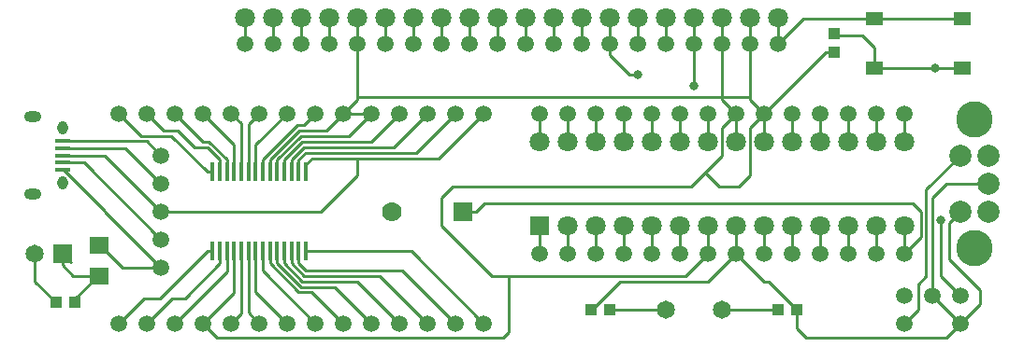
<source format=gtl>
G04 #@! TF.GenerationSoftware,KiCad,Pcbnew,5.0.1-33cea8e~68~ubuntu16.04.1*
G04 #@! TF.CreationDate,2019-03-03T03:52:25-07:00*
G04 #@! TF.ProjectId,sentry,73656E7472792E6B696361645F706362,rev?*
G04 #@! TF.SameCoordinates,Original*
G04 #@! TF.FileFunction,Copper,L1,Top,Signal*
G04 #@! TF.FilePolarity,Positive*
%FSLAX46Y46*%
G04 Gerber Fmt 4.6, Leading zero omitted, Abs format (unit mm)*
G04 Created by KiCad (PCBNEW 5.0.1-33cea8e~68~ubuntu16.04.1) date Sun 03 Mar 2019 03:52:25 AM MST*
%MOMM*%
%LPD*%
G01*
G04 APERTURE LIST*
G04 #@! TA.AperFunction,WasherPad*
%ADD10C,3.300000*%
G04 #@! TD*
G04 #@! TA.AperFunction,ComponentPad*
%ADD11C,2.000000*%
G04 #@! TD*
G04 #@! TA.AperFunction,ComponentPad*
%ADD12C,1.800000*%
G04 #@! TD*
G04 #@! TA.AperFunction,SMDPad,CuDef*
%ADD13R,1.099820X0.998220*%
G04 #@! TD*
G04 #@! TA.AperFunction,ComponentPad*
%ADD14R,1.651000X1.651000*%
G04 #@! TD*
G04 #@! TA.AperFunction,ComponentPad*
%ADD15C,1.651000*%
G04 #@! TD*
G04 #@! TA.AperFunction,SMDPad,CuDef*
%ADD16R,1.798320X1.597660*%
G04 #@! TD*
G04 #@! TA.AperFunction,SMDPad,CuDef*
%ADD17R,1.350000X0.400000*%
G04 #@! TD*
G04 #@! TA.AperFunction,ComponentPad*
%ADD18O,0.950000X1.250000*%
G04 #@! TD*
G04 #@! TA.AperFunction,ComponentPad*
%ADD19O,1.550000X1.000000*%
G04 #@! TD*
G04 #@! TA.AperFunction,SMDPad,CuDef*
%ADD20R,0.998220X1.099820*%
G04 #@! TD*
G04 #@! TA.AperFunction,SMDPad,CuDef*
%ADD21R,1.550000X1.300000*%
G04 #@! TD*
G04 #@! TA.AperFunction,ComponentPad*
%ADD22R,1.800000X1.800000*%
G04 #@! TD*
G04 #@! TA.AperFunction,SMDPad,CuDef*
%ADD23R,0.450000X1.750000*%
G04 #@! TD*
G04 #@! TA.AperFunction,ComponentPad*
%ADD24R,1.778000X1.778000*%
G04 #@! TD*
G04 #@! TA.AperFunction,ComponentPad*
%ADD25C,1.778000*%
G04 #@! TD*
G04 #@! TA.AperFunction,ComponentPad*
%ADD26C,1.500000*%
G04 #@! TD*
G04 #@! TA.AperFunction,ViaPad*
%ADD27C,0.800000*%
G04 #@! TD*
G04 #@! TA.AperFunction,Conductor*
%ADD28C,0.250000*%
G04 #@! TD*
G04 APERTURE END LIST*
D10*
G04 #@! TO.P,SW1,*
G04 #@! TO.N,*
X167640000Y-80780000D03*
X167640000Y-69080000D03*
D11*
G04 #@! TO.P,SW1,S2*
G04 #@! TO.N,GND*
X166370000Y-77470000D03*
G04 #@! TO.P,SW1,S1*
G04 #@! TO.N,Net-(SW1-PadS1)*
X166370000Y-72390000D03*
G04 #@! TO.P,SW1,B*
G04 #@! TO.N,Net-(SW1-PadB)*
X168910000Y-77470000D03*
G04 #@! TO.P,SW1,A*
G04 #@! TO.N,Net-(SW1-PadA)*
X168910000Y-72430000D03*
G04 #@! TO.P,SW1,C*
G04 #@! TO.N,GND*
X168910000Y-74930000D03*
G04 #@! TD*
D12*
G04 #@! TO.P,U2,20*
G04 #@! TO.N,GND*
X101600000Y-59920000D03*
G04 #@! TO.P,U2,17*
X109220000Y-59920000D03*
G04 #@! TO.P,U2,14*
X116840000Y-59920000D03*
G04 #@! TO.P,U2,16*
G04 #@! TO.N,+5V*
X111760000Y-59920000D03*
G04 #@! TO.P,U2,13*
G04 #@! TO.N,GND*
X119380000Y-59920000D03*
G04 #@! TO.P,U2,11*
X124460000Y-59920000D03*
G04 #@! TO.P,U2,12*
X121920000Y-59920000D03*
G04 #@! TO.P,U2,19*
X104140000Y-59920000D03*
G04 #@! TO.P,U2,18*
X106680000Y-59920000D03*
G04 #@! TO.P,U2,15*
X114300000Y-59920000D03*
G04 #@! TO.P,U2,1*
X149860000Y-59920000D03*
G04 #@! TO.P,U2,2*
G04 #@! TO.N,+5V*
X147320000Y-59920000D03*
G04 #@! TO.P,U2,3*
X144780000Y-59920000D03*
G04 #@! TO.P,U2,4*
G04 #@! TO.N,GND*
X142240000Y-59920000D03*
G04 #@! TO.P,U2,5*
X139700000Y-59920000D03*
G04 #@! TO.P,U2,6*
X137160000Y-59920000D03*
G04 #@! TO.P,U2,7*
G04 #@! TO.N,Net-(TP3_19-Pad1)*
X134620000Y-59920000D03*
G04 #@! TO.P,U2,8*
G04 #@! TO.N,Net-(TP3_17-Pad1)*
X132080000Y-59920000D03*
G04 #@! TO.P,U2,9*
G04 #@! TO.N,Net-(TP4_9-Pad1)*
X129540000Y-59920000D03*
G04 #@! TO.P,U2,10*
G04 #@! TO.N,GND*
X127000000Y-59920000D03*
G04 #@! TD*
D13*
G04 #@! TO.P,C1,1*
G04 #@! TO.N,Net-(C1-Pad1)*
X134620000Y-86360000D03*
G04 #@! TO.P,C1,2*
G04 #@! TO.N,GND*
X132923280Y-86360000D03*
G04 #@! TD*
G04 #@! TO.P,C2,2*
G04 #@! TO.N,GND*
X151556720Y-86360000D03*
G04 #@! TO.P,C2,1*
G04 #@! TO.N,Net-(C2-Pad1)*
X149860000Y-86360000D03*
G04 #@! TD*
G04 #@! TO.P,C3,1*
G04 #@! TO.N,+5V*
X86192360Y-85725000D03*
G04 #@! TO.P,C3,2*
G04 #@! TO.N,GND*
X84495640Y-85725000D03*
G04 #@! TD*
D14*
G04 #@! TO.P,C4,1*
G04 #@! TO.N,+5V*
X85069680Y-81280000D03*
D15*
G04 #@! TO.P,C4,2*
G04 #@! TO.N,GND*
X82570320Y-81280000D03*
G04 #@! TD*
D16*
G04 #@! TO.P,F1,1*
G04 #@! TO.N,Net-(F1-Pad1)*
X88392000Y-80512920D03*
G04 #@! TO.P,F1,2*
G04 #@! TO.N,+5V*
X88392000Y-83312000D03*
G04 #@! TD*
D17*
G04 #@! TO.P,J1,3*
G04 #@! TO.N,Net-(J1-Pad3)*
X85090000Y-72390000D03*
G04 #@! TO.P,J1,4*
G04 #@! TO.N,Net-(J1-Pad4)*
X85090000Y-73040000D03*
G04 #@! TO.P,J1,5*
G04 #@! TO.N,Net-(F1-Pad1)*
X85090000Y-73690000D03*
G04 #@! TO.P,J1,2*
G04 #@! TO.N,GND*
X85090000Y-71740000D03*
G04 #@! TO.P,J1,1*
X85090000Y-71090000D03*
D18*
G04 #@! TO.P,J1,SH*
X85090000Y-74890000D03*
X85090000Y-69890000D03*
D19*
X82390000Y-68890000D03*
X82390000Y-75890000D03*
G04 #@! TD*
D20*
G04 #@! TO.P,R1,1*
G04 #@! TO.N,Net-(R1-Pad1)*
X154940000Y-61295280D03*
G04 #@! TO.P,R1,2*
G04 #@! TO.N,+5V*
X154940000Y-62992000D03*
G04 #@! TD*
D21*
G04 #@! TO.P,S1,1*
G04 #@! TO.N,Net-(R1-Pad1)*
X166535000Y-64480000D03*
G04 #@! TO.P,S1,2*
X158585000Y-64480000D03*
G04 #@! TO.P,S1,3*
G04 #@! TO.N,GND*
X166535000Y-59980000D03*
G04 #@! TO.P,S1,4*
X158585000Y-59980000D03*
G04 #@! TD*
D22*
G04 #@! TO.P,U1,1*
G04 #@! TO.N,Net-(R1-Pad1)*
X128270000Y-78740000D03*
D12*
G04 #@! TO.P,U1,15*
G04 #@! TO.N,Net-(TP3_15-Pad1)*
X161290000Y-71120000D03*
G04 #@! TO.P,U1,2*
G04 #@! TO.N,Net-(TP3_2-Pad1)*
X130810000Y-78740000D03*
G04 #@! TO.P,U1,16*
G04 #@! TO.N,Net-(TP3_16-Pad1)*
X158750000Y-71120000D03*
G04 #@! TO.P,U1,3*
G04 #@! TO.N,Net-(TP3_3-Pad1)*
X133350000Y-78740000D03*
G04 #@! TO.P,U1,17*
G04 #@! TO.N,Net-(TP3_17-Pad1)*
X156210000Y-71120000D03*
G04 #@! TO.P,U1,4*
G04 #@! TO.N,Net-(SW1-PadA)*
X135890000Y-78740000D03*
G04 #@! TO.P,U1,18*
G04 #@! TO.N,Net-(TP3_18-Pad1)*
X153670000Y-71120000D03*
G04 #@! TO.P,U1,5*
G04 #@! TO.N,Net-(SW1-PadB)*
X138430000Y-78740000D03*
G04 #@! TO.P,U1,19*
G04 #@! TO.N,Net-(TP3_19-Pad1)*
X151130000Y-71120000D03*
G04 #@! TO.P,U1,6*
G04 #@! TO.N,Net-(TP3_6-Pad1)*
X140970000Y-78740000D03*
G04 #@! TO.P,U1,20*
G04 #@! TO.N,+5V*
X148590000Y-71120000D03*
G04 #@! TO.P,U1,7*
X143510000Y-78740000D03*
G04 #@! TO.P,U1,21*
X146050000Y-71120000D03*
G04 #@! TO.P,U1,8*
G04 #@! TO.N,GND*
X146050000Y-78740000D03*
G04 #@! TO.P,U1,22*
X143510000Y-71120000D03*
G04 #@! TO.P,U1,9*
G04 #@! TO.N,Net-(C1-Pad1)*
X148590000Y-78740000D03*
G04 #@! TO.P,U1,23*
G04 #@! TO.N,Net-(SW1-PadS1)*
X140970000Y-71120000D03*
G04 #@! TO.P,U1,10*
G04 #@! TO.N,Net-(C2-Pad1)*
X151130000Y-78740000D03*
G04 #@! TO.P,U1,24*
G04 #@! TO.N,Net-(TP3_24-Pad1)*
X138430000Y-71120000D03*
G04 #@! TO.P,U1,11*
G04 #@! TO.N,Net-(TP3_11-Pad1)*
X153670000Y-78740000D03*
G04 #@! TO.P,U1,25*
G04 #@! TO.N,Net-(TP3_25-Pad1)*
X135890000Y-71120000D03*
G04 #@! TO.P,U1,12*
G04 #@! TO.N,Net-(TP3_12-Pad1)*
X156210000Y-78740000D03*
G04 #@! TO.P,U1,26*
G04 #@! TO.N,Net-(TP3_26-Pad1)*
X133350000Y-71120000D03*
G04 #@! TO.P,U1,13*
G04 #@! TO.N,Net-(TP3_13-Pad1)*
X158750000Y-78740000D03*
G04 #@! TO.P,U1,27*
G04 #@! TO.N,Net-(TP3_27-Pad1)*
X130810000Y-71120000D03*
G04 #@! TO.P,U1,14*
G04 #@! TO.N,Net-(BZ1-Pad1)*
X161290000Y-78740000D03*
G04 #@! TO.P,U1,28*
G04 #@! TO.N,Net-(TP3_28-Pad1)*
X128270000Y-71120000D03*
G04 #@! TD*
D23*
G04 #@! TO.P,U3,1*
G04 #@! TO.N,Net-(TP2_1-Pad1)*
X98645000Y-81070000D03*
G04 #@! TO.P,U3,2*
G04 #@! TO.N,Net-(TP2_2-Pad1)*
X99295000Y-81070000D03*
G04 #@! TO.P,U3,3*
G04 #@! TO.N,Net-(TP2_3-Pad1)*
X99945000Y-81070000D03*
G04 #@! TO.P,U3,4*
G04 #@! TO.N,+5V*
X100595000Y-81070000D03*
G04 #@! TO.P,U3,5*
G04 #@! TO.N,Net-(TP2_5-Pad1)*
X101245000Y-81070000D03*
G04 #@! TO.P,U3,6*
G04 #@! TO.N,Net-(TP2_6-Pad1)*
X101895000Y-81070000D03*
G04 #@! TO.P,U3,7*
G04 #@! TO.N,GND*
X102545000Y-81070000D03*
G04 #@! TO.P,U3,8*
G04 #@! TO.N,Net-(TP2_8-Pad1)*
X103195000Y-81070000D03*
G04 #@! TO.P,U3,9*
G04 #@! TO.N,Net-(TP2_9-Pad1)*
X103845000Y-81070000D03*
G04 #@! TO.P,U3,10*
G04 #@! TO.N,Net-(TP2_10-Pad1)*
X104495000Y-81070000D03*
G04 #@! TO.P,U3,11*
G04 #@! TO.N,Net-(TP2_11-Pad1)*
X105145000Y-81070000D03*
G04 #@! TO.P,U3,12*
G04 #@! TO.N,Net-(TP2_12-Pad1)*
X105795000Y-81070000D03*
G04 #@! TO.P,U3,13*
G04 #@! TO.N,Net-(TP2_13-Pad1)*
X106445000Y-81070000D03*
G04 #@! TO.P,U3,14*
G04 #@! TO.N,Net-(TP2_14-Pad1)*
X107095000Y-81070000D03*
G04 #@! TO.P,U3,15*
G04 #@! TO.N,Net-(J1-Pad3)*
X107095000Y-73870000D03*
G04 #@! TO.P,U3,16*
G04 #@! TO.N,Net-(J1-Pad4)*
X106445000Y-73870000D03*
G04 #@! TO.P,U3,17*
G04 #@! TO.N,Net-(TP2_17-Pad1)*
X105795000Y-73870000D03*
G04 #@! TO.P,U3,18*
G04 #@! TO.N,GND*
X105145000Y-73870000D03*
G04 #@! TO.P,U3,19*
G04 #@! TO.N,+5V*
X104495000Y-73870000D03*
G04 #@! TO.P,U3,20*
X103845000Y-73870000D03*
G04 #@! TO.P,U3,21*
G04 #@! TO.N,GND*
X103195000Y-73870000D03*
G04 #@! TO.P,U3,22*
G04 #@! TO.N,Net-(TP2_22-Pad1)*
X102545000Y-73870000D03*
G04 #@! TO.P,U3,23*
G04 #@! TO.N,Net-(TP2_23-Pad1)*
X101895000Y-73870000D03*
G04 #@! TO.P,U3,24*
G04 #@! TO.N,Net-(TP2_24-Pad1)*
X101245000Y-73870000D03*
G04 #@! TO.P,U3,25*
G04 #@! TO.N,GND*
X100595000Y-73870000D03*
G04 #@! TO.P,U3,26*
X99945000Y-73870000D03*
G04 #@! TO.P,U3,27*
G04 #@! TO.N,Net-(TP2_27-Pad1)*
X99295000Y-73870000D03*
G04 #@! TO.P,U3,28*
G04 #@! TO.N,Net-(TP2_28-Pad1)*
X98645000Y-73870000D03*
G04 #@! TD*
D15*
G04 #@! TO.P,Y1,1*
G04 #@! TO.N,Net-(C2-Pad1)*
X144780000Y-86360000D03*
G04 #@! TO.P,Y1,2*
G04 #@! TO.N,Net-(C1-Pad1)*
X139700000Y-86360000D03*
G04 #@! TD*
D24*
G04 #@! TO.P,BZ1,1*
G04 #@! TO.N,Net-(BZ1-Pad1)*
X121358660Y-77470000D03*
D25*
G04 #@! TO.P,BZ1,2*
G04 #@! TO.N,GND*
X114861340Y-77470000D03*
G04 #@! TD*
D26*
G04 #@! TO.P,TP1_1,1*
G04 #@! TO.N,GND*
X93980000Y-72390000D03*
G04 #@! TD*
G04 #@! TO.P,TP1_2,1*
G04 #@! TO.N,GND*
X93980000Y-74930000D03*
G04 #@! TD*
G04 #@! TO.P,TP1_3,1*
G04 #@! TO.N,Net-(J1-Pad3)*
X93980000Y-77470000D03*
G04 #@! TD*
G04 #@! TO.P,TP1_4,1*
G04 #@! TO.N,Net-(J1-Pad4)*
X93980000Y-80010000D03*
G04 #@! TD*
G04 #@! TO.P,TP1_5,1*
G04 #@! TO.N,Net-(F1-Pad1)*
X93980000Y-82550000D03*
G04 #@! TD*
G04 #@! TO.P,TP2_1,1*
G04 #@! TO.N,Net-(TP2_1-Pad1)*
X90170000Y-87630000D03*
G04 #@! TD*
G04 #@! TO.P,TP2_2,1*
G04 #@! TO.N,Net-(TP2_2-Pad1)*
X92710000Y-87630000D03*
G04 #@! TD*
G04 #@! TO.P,TP2_3,1*
G04 #@! TO.N,Net-(TP2_3-Pad1)*
X95250000Y-87630000D03*
G04 #@! TD*
G04 #@! TO.P,TP2_4,1*
G04 #@! TO.N,+5V*
X97790000Y-87630000D03*
G04 #@! TD*
G04 #@! TO.P,TP2_5,1*
G04 #@! TO.N,Net-(TP2_5-Pad1)*
X100330000Y-87630000D03*
G04 #@! TD*
G04 #@! TO.P,TP2_6,1*
G04 #@! TO.N,Net-(TP2_6-Pad1)*
X102870000Y-87630000D03*
G04 #@! TD*
G04 #@! TO.P,TP2_7,1*
G04 #@! TO.N,GND*
X105410000Y-87630000D03*
G04 #@! TD*
G04 #@! TO.P,TP2_8,1*
G04 #@! TO.N,Net-(TP2_8-Pad1)*
X107950000Y-87630000D03*
G04 #@! TD*
G04 #@! TO.P,TP2_9,1*
G04 #@! TO.N,Net-(TP2_9-Pad1)*
X110490000Y-87630000D03*
G04 #@! TD*
G04 #@! TO.P,TP2_10,1*
G04 #@! TO.N,Net-(TP2_10-Pad1)*
X113030000Y-87630000D03*
G04 #@! TD*
G04 #@! TO.P,TP2_11,1*
G04 #@! TO.N,Net-(TP2_11-Pad1)*
X115570000Y-87630000D03*
G04 #@! TD*
G04 #@! TO.P,TP2_12,1*
G04 #@! TO.N,Net-(TP2_12-Pad1)*
X118110000Y-87630000D03*
G04 #@! TD*
G04 #@! TO.P,TP2_13,1*
G04 #@! TO.N,Net-(TP2_13-Pad1)*
X120650000Y-87630000D03*
G04 #@! TD*
G04 #@! TO.P,TP2_14,1*
G04 #@! TO.N,Net-(TP2_14-Pad1)*
X123190000Y-87630000D03*
G04 #@! TD*
G04 #@! TO.P,TP2_15,1*
G04 #@! TO.N,Net-(J1-Pad3)*
X123190000Y-68580000D03*
G04 #@! TD*
G04 #@! TO.P,TP2_16,1*
G04 #@! TO.N,Net-(J1-Pad4)*
X120650000Y-68580000D03*
G04 #@! TD*
G04 #@! TO.P,TP2_18,1*
G04 #@! TO.N,GND*
X115570000Y-68580000D03*
G04 #@! TD*
G04 #@! TO.P,TP2_19,1*
G04 #@! TO.N,+5V*
X113030000Y-68580000D03*
G04 #@! TD*
G04 #@! TO.P,TP2_20,1*
G04 #@! TO.N,+5V*
X110490000Y-68580000D03*
G04 #@! TD*
G04 #@! TO.P,TP2_21,1*
G04 #@! TO.N,GND*
X107950000Y-68580000D03*
G04 #@! TD*
G04 #@! TO.P,TP2_22,1*
G04 #@! TO.N,Net-(TP2_22-Pad1)*
X105410000Y-68580000D03*
G04 #@! TD*
G04 #@! TO.P,TP2_23,1*
G04 #@! TO.N,Net-(TP2_23-Pad1)*
X102870000Y-68580000D03*
G04 #@! TD*
G04 #@! TO.P,TP2_24,1*
G04 #@! TO.N,Net-(TP2_24-Pad1)*
X100330000Y-68580000D03*
G04 #@! TD*
G04 #@! TO.P,TP2_25,1*
G04 #@! TO.N,GND*
X97790000Y-68580000D03*
G04 #@! TD*
G04 #@! TO.P,TP2_26,1*
G04 #@! TO.N,GND*
X95250000Y-68580000D03*
G04 #@! TD*
G04 #@! TO.P,TP2_27,1*
G04 #@! TO.N,Net-(TP2_27-Pad1)*
X92710000Y-68580000D03*
G04 #@! TD*
G04 #@! TO.P,TP3_1,1*
G04 #@! TO.N,Net-(R1-Pad1)*
X128270000Y-81280000D03*
G04 #@! TD*
G04 #@! TO.P,TP3_2,1*
G04 #@! TO.N,Net-(TP3_2-Pad1)*
X130810000Y-81280000D03*
G04 #@! TD*
G04 #@! TO.P,TP3_3,1*
G04 #@! TO.N,Net-(TP3_3-Pad1)*
X133350000Y-81280000D03*
G04 #@! TD*
G04 #@! TO.P,TP3_4,1*
G04 #@! TO.N,Net-(SW1-PadA)*
X135890000Y-81280000D03*
G04 #@! TD*
G04 #@! TO.P,TP3_5,1*
G04 #@! TO.N,Net-(SW1-PadB)*
X138430000Y-81280000D03*
G04 #@! TD*
G04 #@! TO.P,TP3_6,1*
G04 #@! TO.N,Net-(TP3_6-Pad1)*
X140970000Y-81280000D03*
G04 #@! TD*
G04 #@! TO.P,TP3_7,1*
G04 #@! TO.N,+5V*
X143510000Y-81280000D03*
G04 #@! TD*
G04 #@! TO.P,TP3_8,1*
G04 #@! TO.N,GND*
X146050000Y-81280000D03*
G04 #@! TD*
G04 #@! TO.P,TP3_9,1*
G04 #@! TO.N,Net-(C1-Pad1)*
X148590000Y-81280000D03*
G04 #@! TD*
G04 #@! TO.P,TP3_10,1*
G04 #@! TO.N,Net-(C2-Pad1)*
X151130000Y-81280000D03*
G04 #@! TD*
G04 #@! TO.P,TP3_11,1*
G04 #@! TO.N,Net-(TP3_11-Pad1)*
X153670000Y-81280000D03*
G04 #@! TD*
G04 #@! TO.P,TP3_12,1*
G04 #@! TO.N,Net-(TP3_12-Pad1)*
X156210000Y-81280000D03*
G04 #@! TD*
G04 #@! TO.P,TP3_13,1*
G04 #@! TO.N,Net-(TP3_13-Pad1)*
X158750000Y-81280000D03*
G04 #@! TD*
G04 #@! TO.P,TP3_14,1*
G04 #@! TO.N,Net-(BZ1-Pad1)*
X161290000Y-81280000D03*
G04 #@! TD*
G04 #@! TO.P,TP3_15,1*
G04 #@! TO.N,Net-(TP3_15-Pad1)*
X161290000Y-68580000D03*
G04 #@! TD*
G04 #@! TO.P,TP3_16,1*
G04 #@! TO.N,Net-(TP3_16-Pad1)*
X158750000Y-68580000D03*
G04 #@! TD*
G04 #@! TO.P,TP3_17,1*
G04 #@! TO.N,Net-(TP3_17-Pad1)*
X156210000Y-68580000D03*
G04 #@! TD*
G04 #@! TO.P,TP3_18,1*
G04 #@! TO.N,Net-(TP3_18-Pad1)*
X153670000Y-68580000D03*
G04 #@! TD*
G04 #@! TO.P,TP3_19,1*
G04 #@! TO.N,Net-(TP3_19-Pad1)*
X151130000Y-68580000D03*
G04 #@! TD*
G04 #@! TO.P,TP3_20,1*
G04 #@! TO.N,+5V*
X148590000Y-68580000D03*
G04 #@! TD*
G04 #@! TO.P,TP3_21,1*
G04 #@! TO.N,+5V*
X146050000Y-68580000D03*
G04 #@! TD*
G04 #@! TO.P,TP3_22,1*
G04 #@! TO.N,GND*
X143510000Y-68580000D03*
G04 #@! TD*
G04 #@! TO.P,TP3_23,1*
G04 #@! TO.N,Net-(SW1-PadS1)*
X140970000Y-68580000D03*
G04 #@! TD*
G04 #@! TO.P,TP3_24,1*
G04 #@! TO.N,Net-(TP3_24-Pad1)*
X138430000Y-68580000D03*
G04 #@! TD*
G04 #@! TO.P,TP3_25,1*
G04 #@! TO.N,Net-(TP3_25-Pad1)*
X135890000Y-68580000D03*
G04 #@! TD*
G04 #@! TO.P,TP3_26,1*
G04 #@! TO.N,Net-(TP3_26-Pad1)*
X133350000Y-68580000D03*
G04 #@! TD*
G04 #@! TO.P,TP3_27,1*
G04 #@! TO.N,Net-(TP3_27-Pad1)*
X130810000Y-68580000D03*
G04 #@! TD*
G04 #@! TO.P,TP3_28,1*
G04 #@! TO.N,Net-(TP3_28-Pad1)*
X128270000Y-68580000D03*
G04 #@! TD*
G04 #@! TO.P,TP4_1,1*
G04 #@! TO.N,GND*
X149860000Y-62230000D03*
G04 #@! TD*
G04 #@! TO.P,TP4_2,1*
G04 #@! TO.N,+5V*
X147320000Y-62230000D03*
G04 #@! TD*
G04 #@! TO.P,TP4_3,1*
G04 #@! TO.N,+5V*
X144780000Y-62230000D03*
G04 #@! TD*
G04 #@! TO.P,TP4_4,1*
G04 #@! TO.N,GND*
X142240000Y-62230000D03*
G04 #@! TD*
G04 #@! TO.P,TP4_5,1*
G04 #@! TO.N,GND*
X139700000Y-62230000D03*
G04 #@! TD*
G04 #@! TO.P,TP4_6,1*
G04 #@! TO.N,GND*
X137160000Y-62230000D03*
G04 #@! TD*
G04 #@! TO.P,TP4_7,1*
G04 #@! TO.N,Net-(TP3_19-Pad1)*
X134620000Y-62230000D03*
G04 #@! TD*
G04 #@! TO.P,TP4_8,1*
G04 #@! TO.N,Net-(TP3_17-Pad1)*
X132080000Y-62230000D03*
G04 #@! TD*
G04 #@! TO.P,TP4_9,1*
G04 #@! TO.N,Net-(TP4_9-Pad1)*
X129540000Y-62230000D03*
G04 #@! TD*
G04 #@! TO.P,TP4_10,1*
G04 #@! TO.N,GND*
X127000000Y-62230000D03*
G04 #@! TD*
G04 #@! TO.P,TP4_11,1*
G04 #@! TO.N,GND*
X124460000Y-62230000D03*
G04 #@! TD*
G04 #@! TO.P,TP4_12,1*
G04 #@! TO.N,GND*
X121920000Y-62230000D03*
G04 #@! TD*
G04 #@! TO.P,TP4_13,1*
G04 #@! TO.N,GND*
X119380000Y-62230000D03*
G04 #@! TD*
G04 #@! TO.P,TP4_14,1*
G04 #@! TO.N,GND*
X116840000Y-62230000D03*
G04 #@! TD*
G04 #@! TO.P,TP4_15,1*
G04 #@! TO.N,GND*
X114300000Y-62230000D03*
G04 #@! TD*
G04 #@! TO.P,TP4_16,1*
G04 #@! TO.N,+5V*
X111760000Y-62230000D03*
G04 #@! TD*
G04 #@! TO.P,TP4_17,1*
G04 #@! TO.N,GND*
X109220000Y-62230000D03*
G04 #@! TD*
G04 #@! TO.P,TP4_18,1*
G04 #@! TO.N,GND*
X106680000Y-62230000D03*
G04 #@! TD*
G04 #@! TO.P,TP4_19,1*
G04 #@! TO.N,GND*
X104140000Y-62230000D03*
G04 #@! TD*
G04 #@! TO.P,TP4_20,1*
G04 #@! TO.N,GND*
X101600000Y-62230000D03*
G04 #@! TD*
G04 #@! TO.P,TP5_A1,1*
G04 #@! TO.N,Net-(SW1-PadA)*
X161290000Y-85090000D03*
G04 #@! TD*
G04 #@! TO.P,TP5_B1,1*
G04 #@! TO.N,Net-(SW1-PadB)*
X166370000Y-85090000D03*
G04 #@! TD*
G04 #@! TO.P,TP5_C1,1*
G04 #@! TO.N,GND*
X163830000Y-85090000D03*
G04 #@! TD*
G04 #@! TO.P,TP5_S1,1*
G04 #@! TO.N,Net-(SW1-PadS1)*
X161290000Y-87630000D03*
G04 #@! TD*
G04 #@! TO.P,TP5_S2,1*
G04 #@! TO.N,GND*
X166370000Y-87630000D03*
G04 #@! TD*
G04 #@! TO.P,TP2_17,1*
G04 #@! TO.N,Net-(TP2_17-Pad1)*
X118110000Y-68580000D03*
G04 #@! TD*
G04 #@! TO.P,TP2_28,1*
G04 #@! TO.N,Net-(TP2_28-Pad1)*
X90170000Y-68580000D03*
G04 #@! TD*
D27*
G04 #@! TO.N,GND*
X142240000Y-66040000D03*
G04 #@! TO.N,Net-(R1-Pad1)*
X164084000Y-64480000D03*
G04 #@! TO.N,Net-(SW1-PadB)*
X164592000Y-78232000D03*
G04 #@! TO.N,Net-(TP3_19-Pad1)*
X137160000Y-65024000D03*
G04 #@! TD*
D28*
G04 #@! TO.N,Net-(C1-Pad1)*
X134620000Y-86360000D02*
X139700000Y-86360000D01*
X148590000Y-81280000D02*
X148590000Y-78740000D01*
G04 #@! TO.N,GND*
X92680000Y-71090000D02*
X93980000Y-72390000D01*
X85090000Y-71090000D02*
X92680000Y-71090000D01*
X82570320Y-83850480D02*
X84444840Y-85725000D01*
X84444840Y-85725000D02*
X84495640Y-85725000D01*
X82570320Y-81280000D02*
X82570320Y-83850480D01*
X105145000Y-72745000D02*
X106770000Y-71120000D01*
X105145000Y-73870000D02*
X105145000Y-72745000D01*
X113030000Y-71120000D02*
X115570000Y-68580000D01*
X106770000Y-71120000D02*
X113030000Y-71120000D01*
X103195000Y-72745000D02*
X106344000Y-69596000D01*
X103195000Y-73870000D02*
X103195000Y-72745000D01*
X106934000Y-69596000D02*
X107950000Y-68580000D01*
X106344000Y-69596000D02*
X106934000Y-69596000D01*
X100595000Y-71385000D02*
X97790000Y-68580000D01*
X100595000Y-73870000D02*
X100595000Y-71385000D01*
X95250000Y-68580000D02*
X97790000Y-71120000D01*
X99945000Y-72745000D02*
X99945000Y-73870000D01*
X98320000Y-71120000D02*
X99945000Y-72745000D01*
X97790000Y-71120000D02*
X98320000Y-71120000D01*
X102545000Y-84765000D02*
X102545000Y-81070000D01*
X105410000Y-87630000D02*
X102545000Y-84765000D01*
X132974080Y-86360000D02*
X135514080Y-83820000D01*
X132923280Y-86360000D02*
X132974080Y-86360000D01*
X143510000Y-83820000D02*
X146050000Y-81280000D01*
X135514080Y-83820000D02*
X143510000Y-83820000D01*
X146050000Y-81280000D02*
X148590000Y-83820000D01*
X151505920Y-86360000D02*
X151556720Y-86360000D01*
X148965920Y-83820000D02*
X151505920Y-86360000D01*
X148590000Y-83820000D02*
X148965920Y-83820000D01*
X163830000Y-85090000D02*
X166370000Y-87630000D01*
X151556720Y-88056720D02*
X151556720Y-86360000D01*
X101600000Y-59920000D02*
X101600000Y-62230000D01*
X104140000Y-62230000D02*
X104140000Y-59920000D01*
X106680000Y-59920000D02*
X106680000Y-62230000D01*
X109220000Y-62230000D02*
X109220000Y-59920000D01*
X114300000Y-59920000D02*
X114300000Y-62230000D01*
X116840000Y-62230000D02*
X116840000Y-59920000D01*
X119380000Y-59920000D02*
X119380000Y-62230000D01*
X121920000Y-62230000D02*
X121920000Y-59920000D01*
X124460000Y-59920000D02*
X124460000Y-62230000D01*
X127000000Y-62230000D02*
X127000000Y-59920000D01*
X137160000Y-59920000D02*
X137160000Y-62230000D01*
X139700000Y-62230000D02*
X139700000Y-59920000D01*
X142240000Y-59920000D02*
X142240000Y-62230000D01*
X149860000Y-59920000D02*
X149860000Y-62230000D01*
X143510000Y-68580000D02*
X143510000Y-71120000D01*
X146050000Y-80012792D02*
X146050000Y-81280000D01*
X146050000Y-78740000D02*
X146050000Y-80012792D01*
X158585000Y-59980000D02*
X166535000Y-59980000D01*
X152110000Y-59980000D02*
X149860000Y-62230000D01*
X158585000Y-59980000D02*
X152110000Y-59980000D01*
X142240000Y-62230000D02*
X142240000Y-63290660D01*
X142240000Y-63290660D02*
X142240000Y-66040000D01*
X142240000Y-66040000D02*
X142240000Y-66040000D01*
X166370000Y-87630000D02*
X165100000Y-88900000D01*
X152400000Y-88900000D02*
X151556720Y-88056720D01*
X165100000Y-88900000D02*
X152400000Y-88900000D01*
X90790000Y-71740000D02*
X93980000Y-74930000D01*
X85090000Y-71740000D02*
X90790000Y-71740000D01*
X166370000Y-87630000D02*
X168148000Y-85852000D01*
X168148000Y-84582000D02*
X165354000Y-81788000D01*
X165354000Y-78486000D02*
X166370000Y-77470000D01*
X168148000Y-85852000D02*
X168148000Y-84582000D01*
X165354000Y-81788000D02*
X165354000Y-78486000D01*
X163830000Y-85090000D02*
X163830000Y-76200000D01*
X165100000Y-74930000D02*
X168910000Y-74930000D01*
X163830000Y-76200000D02*
X165100000Y-74930000D01*
G04 #@! TO.N,Net-(C2-Pad1)*
X144780000Y-86360000D02*
X149860000Y-86360000D01*
X151130000Y-80012792D02*
X151130000Y-81280000D01*
X151130000Y-78740000D02*
X151130000Y-80012792D01*
G04 #@! TO.N,+5V*
X85834220Y-82044540D02*
X85069680Y-81280000D01*
X86268370Y-85725000D02*
X86192360Y-85725000D01*
X100595000Y-84825000D02*
X97790000Y-87630000D01*
X100595000Y-81070000D02*
X100595000Y-84825000D01*
X103845000Y-72745000D02*
X106486000Y-70104000D01*
X103845000Y-73870000D02*
X103845000Y-72745000D01*
X108966000Y-70104000D02*
X110490000Y-68580000D01*
X106486000Y-70104000D02*
X108966000Y-70104000D01*
X144780000Y-59920000D02*
X144780000Y-62230000D01*
X147320000Y-59920000D02*
X147320000Y-62230000D01*
X111760000Y-59920000D02*
X111760000Y-62230000D01*
X111760000Y-67310000D02*
X110490000Y-68580000D01*
X146050000Y-68580000D02*
X146050000Y-71120000D01*
X148590000Y-68580000D02*
X148590000Y-71120000D01*
X143510000Y-80012792D02*
X143510000Y-81280000D01*
X143510000Y-78740000D02*
X143510000Y-80012792D01*
X144780000Y-67310000D02*
X146050000Y-68580000D01*
X147320000Y-67310000D02*
X148590000Y-68580000D01*
X147320000Y-62230000D02*
X147320000Y-65024000D01*
X144780000Y-62230000D02*
X144780000Y-65024000D01*
X154178000Y-62992000D02*
X154940000Y-62992000D01*
X148590000Y-68580000D02*
X154178000Y-62992000D01*
X147320000Y-65024000D02*
X147320000Y-66040000D01*
X144780000Y-65024000D02*
X144780000Y-66040000D01*
X111760000Y-62230000D02*
X111760000Y-66040000D01*
X144780000Y-72390000D02*
X144780000Y-69850000D01*
X119380000Y-76200000D02*
X120396000Y-75184000D01*
X143510000Y-81280000D02*
X141478000Y-83312000D01*
X144780000Y-69850000D02*
X146050000Y-68580000D01*
X120396000Y-75184000D02*
X141986000Y-75184000D01*
X123952000Y-83312000D02*
X119380000Y-78740000D01*
X119380000Y-78740000D02*
X119380000Y-76200000D01*
X144526000Y-75184000D02*
X143256000Y-73914000D01*
X147320000Y-74168000D02*
X146304000Y-75184000D01*
X141986000Y-75184000D02*
X143256000Y-73914000D01*
X143256000Y-73914000D02*
X144780000Y-72390000D01*
X146304000Y-75184000D02*
X144526000Y-75184000D01*
X148590000Y-68580000D02*
X147320000Y-69850000D01*
X147320000Y-69850000D02*
X147320000Y-74168000D01*
X141478000Y-83312000D02*
X125476000Y-83312000D01*
X125476000Y-83312000D02*
X123952000Y-83312000D01*
X147320000Y-67056000D02*
X147320000Y-67310000D01*
X147320000Y-67056000D02*
X144780000Y-67056000D01*
X147320000Y-66040000D02*
X147320000Y-67056000D01*
X144780000Y-66040000D02*
X144780000Y-67056000D01*
X144780000Y-67056000D02*
X144780000Y-67310000D01*
X144780000Y-67056000D02*
X111760000Y-67056000D01*
X111760000Y-67056000D02*
X111760000Y-67310000D01*
X111760000Y-66040000D02*
X111760000Y-67056000D01*
X86192360Y-85411310D02*
X86192360Y-85725000D01*
X88291670Y-83312000D02*
X86192360Y-85411310D01*
X88392000Y-83312000D02*
X88291670Y-83312000D01*
X85069680Y-82355500D02*
X85069680Y-81280000D01*
X86026180Y-83312000D02*
X85069680Y-82355500D01*
X88392000Y-83312000D02*
X86026180Y-83312000D01*
X125476000Y-88392000D02*
X125476000Y-83312000D01*
X124968000Y-88900000D02*
X125476000Y-88392000D01*
X99060000Y-88900000D02*
X124968000Y-88900000D01*
X97790000Y-87630000D02*
X99060000Y-88900000D01*
X104495000Y-72745000D02*
X106628000Y-70612000D01*
X104495000Y-73870000D02*
X104495000Y-72745000D01*
X110998000Y-70612000D02*
X113030000Y-68580000D01*
X106628000Y-70612000D02*
X110998000Y-70612000D01*
X110490000Y-68580000D02*
X113030000Y-68580000D01*
G04 #@! TO.N,Net-(F1-Pad1)*
X85171384Y-73690000D02*
X88900000Y-77418616D01*
X85090000Y-73690000D02*
X85171384Y-73690000D01*
X90675460Y-79245460D02*
X93980000Y-82550000D01*
X88900000Y-77470000D02*
X90675460Y-79245460D01*
X88900000Y-77418616D02*
X88900000Y-77470000D01*
X88492330Y-80512920D02*
X88392000Y-80512920D01*
X90529410Y-82550000D02*
X88492330Y-80512920D01*
X93980000Y-82550000D02*
X90529410Y-82550000D01*
G04 #@! TO.N,Net-(J1-Pad3)*
X88900000Y-72390000D02*
X93980000Y-77470000D01*
X85090000Y-72390000D02*
X88900000Y-72390000D01*
X107095000Y-73220000D02*
X107095000Y-73870000D01*
X107671000Y-72644000D02*
X107095000Y-73220000D01*
X123190000Y-68580000D02*
X119126000Y-72644000D01*
X93980000Y-77470000D02*
X108458000Y-77470000D01*
X108458000Y-77470000D02*
X111760000Y-74168000D01*
X111760000Y-72644000D02*
X107671000Y-72644000D01*
X111760000Y-74168000D02*
X111760000Y-72644000D01*
X119126000Y-72644000D02*
X111760000Y-72644000D01*
G04 #@! TO.N,Net-(J1-Pad4)*
X87010000Y-73040000D02*
X93980000Y-80010000D01*
X85090000Y-73040000D02*
X87010000Y-73040000D01*
X120650000Y-68580000D02*
X117094000Y-72136000D01*
X107054000Y-72136000D02*
X106445000Y-72745000D01*
X106445000Y-72745000D02*
X106445000Y-73870000D01*
X117094000Y-72136000D02*
X107054000Y-72136000D01*
G04 #@! TO.N,Net-(R1-Pad1)*
X128270000Y-78740000D02*
X128270000Y-81280000D01*
X158585000Y-62573000D02*
X158585000Y-64480000D01*
X154940000Y-61295280D02*
X154940000Y-61346080D01*
X155061920Y-61468000D02*
X157480000Y-61468000D01*
X154940000Y-61346080D02*
X155061920Y-61468000D01*
X157480000Y-61468000D02*
X158585000Y-62573000D01*
X158585000Y-64480000D02*
X164084000Y-64480000D01*
X164084000Y-64480000D02*
X166535000Y-64480000D01*
G04 #@! TO.N,Net-(SW1-PadA)*
X135890000Y-81280000D02*
X135890000Y-78740000D01*
G04 #@! TO.N,Net-(SW1-PadB)*
X138430000Y-80012792D02*
X138430000Y-81280000D01*
X138430000Y-78740000D02*
X138430000Y-80012792D01*
X164592000Y-83312000D02*
X166370000Y-85090000D01*
X164592000Y-78232000D02*
X164592000Y-83312000D01*
G04 #@! TO.N,Net-(SW1-PadS1)*
X140970000Y-68580000D02*
X140970000Y-71120000D01*
X162560000Y-86360000D02*
X161290000Y-87630000D01*
X166370000Y-72390000D02*
X163264009Y-75495991D01*
X163264009Y-75495991D02*
X163264009Y-83369991D01*
X163264009Y-83369991D02*
X162560000Y-84074000D01*
X162560000Y-84074000D02*
X162560000Y-86360000D01*
G04 #@! TO.N,Net-(BZ1-Pad1)*
X161290000Y-80012792D02*
X161290000Y-81280000D01*
X161290000Y-78740000D02*
X161290000Y-80012792D01*
X121358660Y-77470000D02*
X122497660Y-77470000D01*
X123259660Y-76708000D02*
X162052000Y-76708000D01*
X122497660Y-77470000D02*
X123259660Y-76708000D01*
X161290000Y-81280000D02*
X162814000Y-79756000D01*
X162814000Y-77470000D02*
X162052000Y-76708000D01*
X162814000Y-79756000D02*
X162814000Y-77470000D01*
G04 #@! TO.N,Net-(TP2_1-Pad1)*
X98170000Y-81070000D02*
X93896000Y-85344000D01*
X98645000Y-81070000D02*
X98170000Y-81070000D01*
X92456000Y-85344000D02*
X90170000Y-87630000D01*
X93896000Y-85344000D02*
X92456000Y-85344000D01*
G04 #@! TO.N,Net-(TP2_2-Pad1)*
X99295000Y-82195000D02*
X96146000Y-85344000D01*
X99295000Y-81070000D02*
X99295000Y-82195000D01*
X94996000Y-85344000D02*
X92710000Y-87630000D01*
X96146000Y-85344000D02*
X94996000Y-85344000D01*
G04 #@! TO.N,Net-(TP2_3-Pad1)*
X99945000Y-82935000D02*
X95250000Y-87630000D01*
X99945000Y-81070000D02*
X99945000Y-82935000D01*
G04 #@! TO.N,Net-(TP2_5-Pad1)*
X101245000Y-86715000D02*
X100330000Y-87630000D01*
X101245000Y-81070000D02*
X101245000Y-86715000D01*
G04 #@! TO.N,Net-(TP2_6-Pad1)*
X101895000Y-86655000D02*
X102870000Y-87630000D01*
X101895000Y-81070000D02*
X101895000Y-86655000D01*
G04 #@! TO.N,Net-(TP2_8-Pad1)*
X103195000Y-82875000D02*
X103195000Y-81070000D01*
X107950000Y-87630000D02*
X103195000Y-82875000D01*
G04 #@! TO.N,Net-(TP2_9-Pad1)*
X103845000Y-82195000D02*
X103845000Y-81070000D01*
X106428009Y-84778009D02*
X103845000Y-82195000D01*
X107638009Y-84778009D02*
X106428009Y-84778009D01*
X110490000Y-87630000D02*
X107638009Y-84778009D01*
G04 #@! TO.N,Net-(TP2_10-Pad1)*
X106628000Y-84328000D02*
X104495000Y-82195000D01*
X104495000Y-82195000D02*
X104495000Y-81070000D01*
X109728000Y-84328000D02*
X106628000Y-84328000D01*
X113030000Y-87630000D02*
X109728000Y-84328000D01*
G04 #@! TO.N,Net-(TP2_11-Pad1)*
X106770000Y-83820000D02*
X105145000Y-82195000D01*
X105145000Y-82195000D02*
X105145000Y-81070000D01*
X111760000Y-83820000D02*
X106770000Y-83820000D01*
X115570000Y-87630000D02*
X111760000Y-83820000D01*
G04 #@! TO.N,Net-(TP2_12-Pad1)*
X105795000Y-82195000D02*
X105795000Y-81070000D01*
X106912000Y-83312000D02*
X105795000Y-82195000D01*
X113792000Y-83312000D02*
X106912000Y-83312000D01*
X118110000Y-87630000D02*
X113792000Y-83312000D01*
G04 #@! TO.N,Net-(TP2_13-Pad1)*
X106445000Y-82195000D02*
X106445000Y-81070000D01*
X107054000Y-82804000D02*
X106445000Y-82195000D01*
X115824000Y-82804000D02*
X107054000Y-82804000D01*
X120650000Y-87630000D02*
X115824000Y-82804000D01*
G04 #@! TO.N,Net-(TP2_14-Pad1)*
X116630000Y-81070000D02*
X107095000Y-81070000D01*
X123190000Y-87630000D02*
X116630000Y-81070000D01*
G04 #@! TO.N,Net-(TP2_22-Pad1)*
X102545000Y-71445000D02*
X102545000Y-73870000D01*
X105410000Y-68580000D02*
X102545000Y-71445000D01*
G04 #@! TO.N,Net-(TP2_23-Pad1)*
X101895000Y-69555000D02*
X101895000Y-73870000D01*
X102870000Y-68580000D02*
X101895000Y-69555000D01*
G04 #@! TO.N,Net-(TP2_24-Pad1)*
X101245000Y-69495000D02*
X101245000Y-73870000D01*
X100330000Y-68580000D02*
X101245000Y-69495000D01*
G04 #@! TO.N,Net-(TP2_27-Pad1)*
X92710000Y-68580000D02*
X94234000Y-70104000D01*
X94234000Y-70104000D02*
X95504000Y-70104000D01*
X99295000Y-72745000D02*
X99295000Y-73870000D01*
X98178000Y-71628000D02*
X99295000Y-72745000D01*
X97028000Y-71628000D02*
X98178000Y-71628000D01*
X95504000Y-70104000D02*
X97028000Y-71628000D01*
G04 #@! TO.N,Net-(TP3_2-Pad1)*
X130810000Y-81280000D02*
X130810000Y-78740000D01*
G04 #@! TO.N,Net-(TP3_3-Pad1)*
X133350000Y-80012792D02*
X133350000Y-81280000D01*
X133350000Y-78740000D02*
X133350000Y-80012792D01*
G04 #@! TO.N,Net-(TP3_6-Pad1)*
X140970000Y-81280000D02*
X140970000Y-78740000D01*
G04 #@! TO.N,Net-(TP3_11-Pad1)*
X153670000Y-81280000D02*
X153670000Y-78740000D01*
G04 #@! TO.N,Net-(TP3_12-Pad1)*
X156210000Y-80012792D02*
X156210000Y-81280000D01*
X156210000Y-78740000D02*
X156210000Y-80012792D01*
G04 #@! TO.N,Net-(TP3_13-Pad1)*
X158750000Y-80012792D02*
X158750000Y-81280000D01*
X158750000Y-78740000D02*
X158750000Y-80012792D01*
G04 #@! TO.N,Net-(TP3_15-Pad1)*
X161290000Y-68580000D02*
X161290000Y-71120000D01*
G04 #@! TO.N,Net-(TP3_16-Pad1)*
X158750000Y-68580000D02*
X158750000Y-71120000D01*
G04 #@! TO.N,Net-(TP3_17-Pad1)*
X132080000Y-59920000D02*
X132080000Y-62230000D01*
X156210000Y-68580000D02*
X156210000Y-71120000D01*
G04 #@! TO.N,Net-(TP3_18-Pad1)*
X153670000Y-68580000D02*
X153670000Y-71120000D01*
G04 #@! TO.N,Net-(TP3_19-Pad1)*
X134620000Y-59920000D02*
X134620000Y-62230000D01*
X151130000Y-68580000D02*
X151130000Y-71120000D01*
X134620000Y-63290660D02*
X136353340Y-65024000D01*
X134620000Y-62230000D02*
X134620000Y-63290660D01*
X136353340Y-65024000D02*
X137160000Y-65024000D01*
G04 #@! TO.N,Net-(TP3_24-Pad1)*
X138430000Y-69847208D02*
X138430000Y-68580000D01*
X138430000Y-71120000D02*
X138430000Y-69847208D01*
G04 #@! TO.N,Net-(TP3_25-Pad1)*
X135890000Y-68580000D02*
X135890000Y-71120000D01*
G04 #@! TO.N,Net-(TP3_26-Pad1)*
X133350000Y-69847208D02*
X133350000Y-68580000D01*
X133350000Y-71120000D02*
X133350000Y-69847208D01*
G04 #@! TO.N,Net-(TP3_27-Pad1)*
X130810000Y-68580000D02*
X130810000Y-71120000D01*
G04 #@! TO.N,Net-(TP3_28-Pad1)*
X128270000Y-69847208D02*
X128270000Y-68580000D01*
X128270000Y-71120000D02*
X128270000Y-69847208D01*
G04 #@! TO.N,Net-(TP4_9-Pad1)*
X129540000Y-59920000D02*
X129540000Y-62230000D01*
G04 #@! TO.N,Net-(TP2_17-Pad1)*
X105795000Y-72745000D02*
X105795000Y-73870000D01*
X106912000Y-71628000D02*
X105795000Y-72745000D01*
X115062000Y-71628000D02*
X106912000Y-71628000D01*
X118110000Y-68580000D02*
X115062000Y-71628000D01*
G04 #@! TO.N,Net-(TP2_28-Pad1)*
X90170000Y-68580000D02*
X92202000Y-70612000D01*
X98170000Y-73870000D02*
X98645000Y-73870000D01*
X94912000Y-70612000D02*
X98170000Y-73870000D01*
X92202000Y-70612000D02*
X94912000Y-70612000D01*
G04 #@! TD*
M02*

</source>
